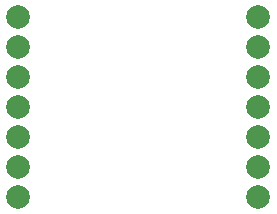
<source format=gbr>
%TF.GenerationSoftware,KiCad,Pcbnew,7.0.6*%
%TF.CreationDate,2023-09-01T18:36:08-07:00*%
%TF.ProjectId,Guitar_waveform_proj,47756974-6172-45f7-9761-7665666f726d,rev?*%
%TF.SameCoordinates,Original*%
%TF.FileFunction,Soldermask,Bot*%
%TF.FilePolarity,Negative*%
%FSLAX46Y46*%
G04 Gerber Fmt 4.6, Leading zero omitted, Abs format (unit mm)*
G04 Created by KiCad (PCBNEW 7.0.6) date 2023-09-01 18:36:08*
%MOMM*%
%LPD*%
G01*
G04 APERTURE LIST*
%ADD10C,2.000000*%
G04 APERTURE END LIST*
D10*
%TO.C,REF\u002A\u002A*%
X139700000Y-81280000D03*
X139700000Y-83820000D03*
X139700000Y-86360000D03*
X139700000Y-88900000D03*
X139700000Y-91440000D03*
X139700000Y-93980000D03*
X139700000Y-96520000D03*
%TD*%
%TO.C,REF\u002A\u002A*%
X160020000Y-81280000D03*
X160020000Y-83820000D03*
X160020000Y-86360000D03*
X160020000Y-88900000D03*
X160020000Y-91440000D03*
X160020000Y-93980000D03*
X160020000Y-96520000D03*
%TD*%
M02*

</source>
